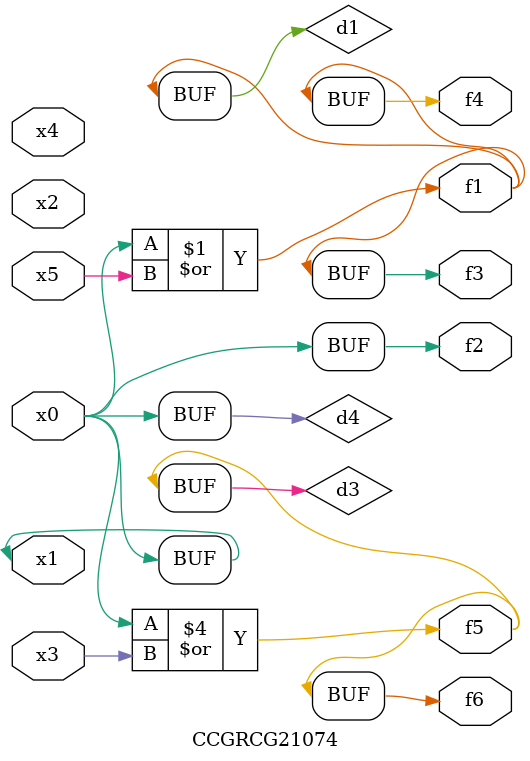
<source format=v>
module CCGRCG21074(
	input x0, x1, x2, x3, x4, x5,
	output f1, f2, f3, f4, f5, f6
);

	wire d1, d2, d3, d4;

	or (d1, x0, x5);
	xnor (d2, x1, x4);
	or (d3, x0, x3);
	buf (d4, x0, x1);
	assign f1 = d1;
	assign f2 = d4;
	assign f3 = d1;
	assign f4 = d1;
	assign f5 = d3;
	assign f6 = d3;
endmodule

</source>
